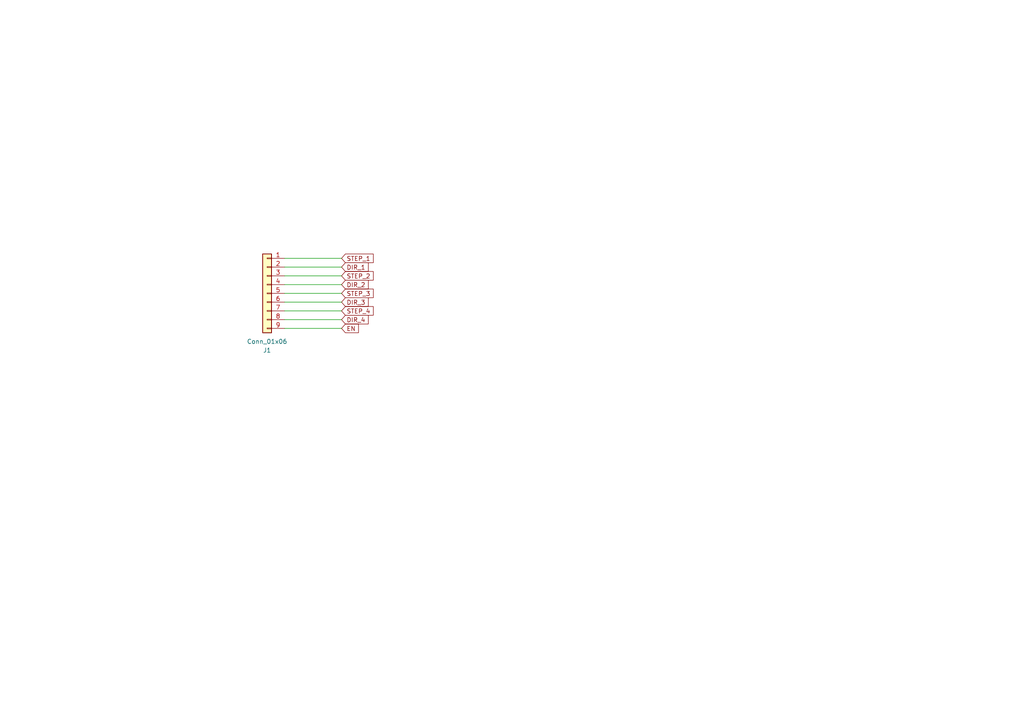
<source format=kicad_sch>
(kicad_sch (version 20231120) (generator "eeschema") (generator_version "8.0")
  (paper "A4")
  (lib_symbols
    (symbol "Connector_Generic:Conn_01x09" (pin_names (offset 1.016) hide)
      (property "Reference" "J" (at 0 12.7 0))
      (property "Value" "Conn_01x09" (at 0 -12.7 0))
      (symbol "Conn_01x09_1_1"
        (rectangle (start -1.27 -10.033) (end 0 -10.287) (stroke (width 0.1524)))
        (rectangle (start -1.27 -7.493) (end 0 -7.747) (stroke (width 0.1524)))
        (rectangle (start -1.27 -4.953) (end 0 -5.207) (stroke (width 0.1524)))
        (rectangle (start -1.27 -2.413) (end 0 -2.667) (stroke (width 0.1524)))
        (rectangle (start -1.27 0.127) (end 0 -0.127) (stroke (width 0.1524)))
        (rectangle (start -1.27 2.667) (end 0 2.413) (stroke (width 0.1524)))
        (rectangle (start -1.27 5.207) (end 0 4.953) (stroke (width 0.1524)))
        (rectangle (start -1.27 7.747) (end 0 7.493) (stroke (width 0.1524)))
        (rectangle (start -1.27 10.287) (end 0 10.033) (stroke (width 0.1524)))
        (rectangle (start -1.27 11.43) (end 1.27 -11.43) (stroke (width 0.254)) (fill (type background)))
        (pin passive line (at -5.08 10.16 0) (length 3.81) (name "Pin_1") (number "1"))
        (pin passive line (at -5.08 7.62 0) (length 3.81) (name "Pin_2") (number "2"))
        (pin passive line (at -5.08 5.08 0) (length 3.81) (name "Pin_3") (number "3"))
        (pin passive line (at -5.08 2.54 0) (length 3.81) (name "Pin_4") (number "4"))
        (pin passive line (at -5.08 0 0) (length 3.81) (name "Pin_5") (number "5"))
        (pin passive line (at -5.08 -2.54 0) (length 3.81) (name "Pin_6") (number "6"))
        (pin passive line (at -5.08 -5.08 0) (length 3.81) (name "Pin_7") (number "7"))
        (pin passive line (at -5.08 -7.62 0) (length 3.81) (name "Pin_8") (number "8"))
        (pin passive line (at -5.08 -10.16 0) (length 3.81) (name "Pin_9") (number "9"))
      )
    )
  )
  (wire (pts (xy 82.55 77.47) (xy 99.06 77.47)))
  (wire (pts (xy 82.55 74.93) (xy 99.06 74.93)))
  (wire (pts (xy 82.55 95.25) (xy 99.06 95.25)))
  (wire (pts (xy 82.55 82.55) (xy 99.06 82.55)))
  (wire (pts (xy 82.55 92.71) (xy 99.06 92.71)))
  (wire (pts (xy 82.55 85.09) (xy 99.06 85.09)))
  (wire (pts (xy 82.55 90.17) (xy 99.06 90.17)))
  (wire (pts (xy 82.55 87.63) (xy 99.06 87.63)))
  (wire (pts (xy 82.55 80.01) (xy 99.06 80.01)))
  (global_label "EN" (shape input) (at 99.06 95.25 0) (property "Intersheetrefs" "${INTERSHEET_REFS}" (effects (hide yes))))
  (global_label "DIR_4" (shape input) (at 99.06 92.71 0) (property "Intersheetrefs" "${INTERSHEET_REFS}" (effects (hide yes))))
  (global_label "STEP_2" (shape input) (at 99.06 80.01 0) (property "Intersheetrefs" "${INTERSHEET_REFS}" (effects (hide yes))))
  (global_label "STEP_3" (shape input) (at 99.06 85.09 0) (property "Intersheetrefs" "${INTERSHEET_REFS}" (effects (hide yes))))
  (global_label "STEP_4" (shape input) (at 99.06 90.17 0) (property "Intersheetrefs" "${INTERSHEET_REFS}" (effects (hide yes))))
  (global_label "STEP_1" (shape input) (at 99.06 74.93 0) (property "Intersheetrefs" "${INTERSHEET_REFS}" (effects (hide yes))))
  (global_label "DIR_1" (shape input) (at 99.06 77.47 0) (property "Intersheetrefs" "${INTERSHEET_REFS}" (effects (hide yes))))
  (global_label "DIR_3" (shape input) (at 99.06 87.63 0) (property "Intersheetrefs" "${INTERSHEET_REFS}" (effects (hide yes))))
  (global_label "DIR_2" (shape input) (at 99.06 82.55 0) (property "Intersheetrefs" "${INTERSHEET_REFS}" (effects (hide yes))))
  (symbol (lib_id "Connector_Generic:Conn_01x09") (at 77.47 85.09 0) (mirror y) (unit 1)
    (property "Reference" "J1" (at 77.47 101.6 0))
    (property "Value" "Conn_01x06" (at 77.47 99.06 0))
    (property "Description" "Generic connector, single row, 01x09, script generated (kicad-library-utils/schlib/autogen/connector/)" (effects (hide yes)))
  )
)
</source>
